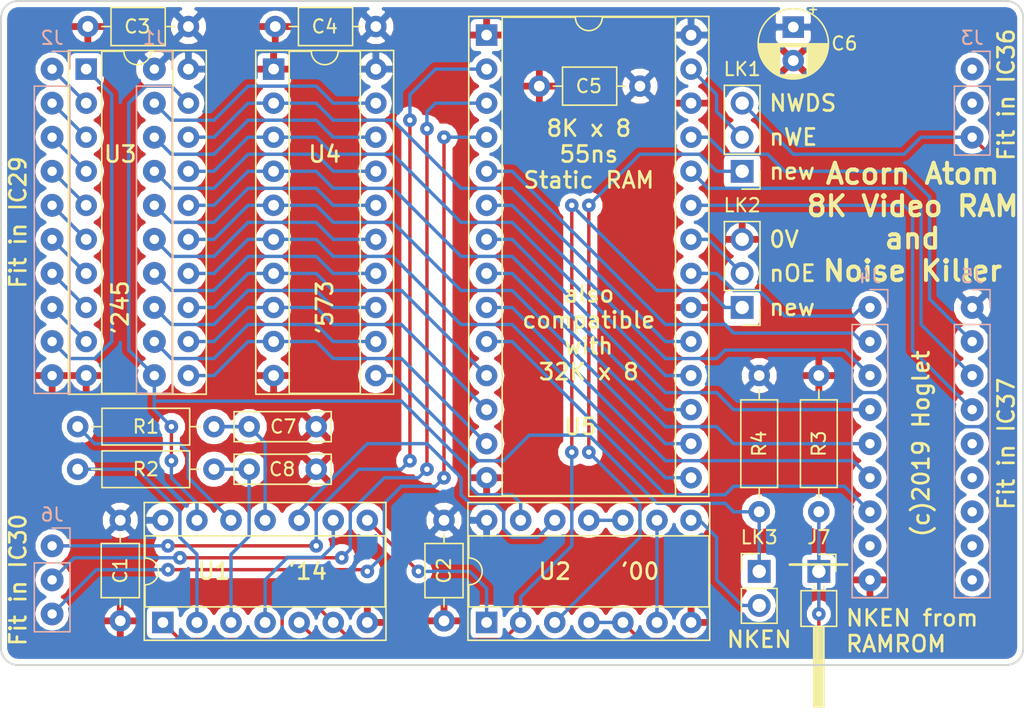
<source format=kicad_pcb>
(kicad_pcb (version 20171130) (host pcbnew 5.0.2-bee76a0~70~ubuntu16.04.1)
  (layers (0 F.Cu signal) (31 B.Cu signal) (34 B.Paste user) (35 F.Paste user) (36 B.SilkS user) (37 F.SilkS user) (38 B.Mask user) (39 F.Mask user) (44 Edge.Cuts user))
  (net 0 "")
  (net 1 GND)
  (net 2 VCC)
  (net 3 /RRDISABLE)
  (net 4 /LOAD)
  (net 5 /A12)
  (net 6 /A7)
  (net 7 /A6)
  (net 8 /A5)
  (net 9 /A4)
  (net 10 /A3)
  (net 11 /A2)
  (net 12 /A1)
  (net 13 /A0)
  (net 14 /RD0)
  (net 15 /RD1)
  (net 16 /RD2)
  (net 17 /RD3)
  (net 18 /RD4)
  (net 19 /RD5)
  (net 20 /RD6)
  (net 21 /RD7)
  (net 22 /A10)
  (net 23 /A11)
  (net 24 /A9)
  (net 25 /A8)
  (net 26 /NWE)
  (net 27 /VD7)
  (net 28 /VD6)
  (net 29 /VD5)
  (net 30 /VD4)
  (net 31 /VD3)
  (net 32 /VD2)
  (net 33 /VD1)
  (net 34 /VD0)
  (net 35 /NVDG)
  (net 36 /PD7)
  (net 37 /PD6)
  (net 38 /PD5)
  (net 39 /PD4)
  (net 40 /PD3)
  (net 41 /PD2)
  (net 42 /PD1)
  (net 43 /PD0)
  (net 44 /NDRS)
  (net 45 "Net-(U1-Pad4)")
  (net 46 "Net-(J3-Pad2)")
  (net 47 "Net-(U2-Pad10)")
  (net 48 "Net-(J5-Pad5)")
  (net 49 "Net-(J5-Pad6)")
  (net 50 "Net-(J5-Pad7)")
  (net 51 "Net-(J5-Pad8)")
  (net 52 "Net-(J4-Pad8)")
  (net 53 "Net-(C7-Pad1)")
  (net 54 "Net-(J5-Pad9)")
  (net 55 "Net-(J3-Pad1)")
  (net 56 "Net-(C8-Pad1)")
  (net 57 "Net-(R1-Pad1)")
  (net 58 /RAMNWE)
  (net 59 /RAMNOE)
  (net 60 "Net-(U1-Pad8)")
  (net 61 "Net-(U1-Pad10)")
  (net 62 "Net-(R2-Pad1)")
  (net 63 "Net-(U2-Pad6)")
  (net 64 "Net-(LK1-Pad1)")
  (net 65 "Net-(LK2-Pad1)")
  (net 66 "Net-(LK3-Pad2)")
  (module Connector_PinHeader_2.54mm:PinHeader_1x01_P2.54mm_Horizontal (layer F.Cu) (at 210.185 147.955 270)
    (fp_text reference J7 (at -2.54 0) (layer F.SilkS))
    (fp_text value Conn_01x01)
    (pad 1 thru_hole rect (at 0 0 270) (size 1.7 1.7) (drill 1) (layers *.Cu *.Mask) (net 3 /RRDISABLE))
  )
  (module Connector_PinHeader_2.54mm:PinHeader_1x02_P2.54mm_Vertical (layer F.Cu) (at 205.74 147.955)
    (fp_text reference LK3 (at 0 -2.54) (layer F.SilkS))
    (fp_text value Conn_01x02)
    (pad 1 thru_hole rect (at 0 0) (size 1.7 1.7) (drill 1) (layers *.Cu *.Mask) (net 4 /LOAD))
    (pad 2 thru_hole oval (at 0 2.54) (size 1.7 1.7) (drill 1) (layers *.Cu *.Mask) (net 66 "Net-(LK3-Pad2)"))
  )
  (module Connector_PinHeader_2.54mm:PinHeader_1x03_P2.54mm_Vertical (layer F.Cu) (at 204.47 128.27 180)
    (fp_text reference LK2 (at 0 7.62 180) (layer F.SilkS))
    (fp_text value Conn_01x03)
    (pad 3 thru_hole oval (at 0 5.08 180) (size 1.7 1.7) (drill 1) (layers *.Cu *.Mask) (net 1 GND))
    (pad 2 thru_hole oval (at 0 2.54 180) (size 1.7 1.7) (drill 1) (layers *.Cu *.Mask) (net 59 /RAMNOE))
    (pad 1 thru_hole rect (at 0 0 180) (size 1.7 1.7) (drill 1) (layers *.Cu *.Mask) (net 65 "Net-(LK2-Pad1)"))
  )
  (module Connector_PinHeader_2.54mm:PinHeader_1x03_P2.54mm_Vertical (layer F.Cu) (at 204.47 118.11 180)
    (fp_text reference LK1 (at 0 7.62 180) (layer F.SilkS))
    (fp_text value Conn_01x03)
    (pad 1 thru_hole rect (at 0 0 180) (size 1.7 1.7) (drill 1) (layers *.Cu *.Mask) (net 64 "Net-(LK1-Pad1)"))
    (pad 2 thru_hole oval (at 0 2.54 180) (size 1.7 1.7) (drill 1) (layers *.Cu *.Mask) (net 58 /RAMNWE))
    (pad 3 thru_hole oval (at 0 5.08 180) (size 1.7 1.7) (drill 1) (layers *.Cu *.Mask) (net 26 /NWE))
  )
  (module Package_DIP:DIP-14_W7.62mm_Socket (layer F.Cu) (at 185.42 151.765 90)
    (fp_text reference U2 (at 3.81 5.08 180) (layer F.SilkS) (effects (font (size 1.2 1.2) (thickness 0.2))))
    (fp_text value 74HCT00)
    (pad 14 thru_hole oval (at 7.62 0 90) (size 1.6 1.6) (drill 0.8) (layers *.Cu *.Mask) (net 2 VCC))
    (pad 7 thru_hole oval (at 0 15.24 90) (size 1.6 1.6) (drill 0.8) (layers *.Cu *.Mask) (net 1 GND))
    (pad 13 thru_hole oval (at 7.62 2.54 90) (size 1.6 1.6) (drill 0.8) (layers *.Cu *.Mask) (net 35 /NVDG))
    (pad 6 thru_hole oval (at 0 12.7 90) (size 1.6 1.6) (drill 0.8) (layers *.Cu *.Mask) (net 63 "Net-(U2-Pad6)"))
    (pad 12 thru_hole oval (at 7.62 5.08 90) (size 1.6 1.6) (drill 0.8) (layers *.Cu *.Mask) (net 61 "Net-(U1-Pad10)"))
    (pad 5 thru_hole oval (at 0 10.16 90) (size 1.6 1.6) (drill 0.8) (layers *.Cu *.Mask) (net 3 /RRDISABLE))
    (pad 11 thru_hole oval (at 7.62 7.62 90) (size 1.6 1.6) (drill 0.8) (layers *.Cu *.Mask) (net 47 "Net-(U2-Pad10)"))
    (pad 4 thru_hole oval (at 0 7.62 90) (size 1.6 1.6) (drill 0.8) (layers *.Cu *.Mask) (net 3 /RRDISABLE))
    (pad 10 thru_hole oval (at 7.62 10.16 90) (size 1.6 1.6) (drill 0.8) (layers *.Cu *.Mask) (net 47 "Net-(U2-Pad10)"))
    (pad 3 thru_hole oval (at 0 5.08 90) (size 1.6 1.6) (drill 0.8) (layers *.Cu *.Mask) (net 64 "Net-(LK1-Pad1)"))
    (pad 9 thru_hole oval (at 7.62 12.7 90) (size 1.6 1.6) (drill 0.8) (layers *.Cu *.Mask) (net 63 "Net-(U2-Pad6)"))
    (pad 2 thru_hole oval (at 0 2.54 90) (size 1.6 1.6) (drill 0.8) (layers *.Cu *.Mask) (net 65 "Net-(LK2-Pad1)"))
    (pad 8 thru_hole oval (at 7.62 15.24 90) (size 1.6 1.6) (drill 0.8) (layers *.Cu *.Mask) (net 66 "Net-(LK3-Pad2)"))
    (pad 1 thru_hole rect (at 0 0 90) (size 1.6 1.6) (drill 0.8) (layers *.Cu *.Mask) (net 60 "Net-(U1-Pad8)"))
  )
  (module Capacitor_THT:C_Axial_L3.8mm_D2.6mm_P7.50mm_Horizontal (layer F.Cu) (at 182.245 144.145 270)
    (fp_text reference C2 (at 3.75 0 270) (layer F.SilkS))
    (fp_text value 100n)
    (pad 2 thru_hole oval (at 7.5 0 270) (size 1.6 1.6) (drill 0.8) (layers *.Cu *.Mask) (net 1 GND))
    (pad 1 thru_hole circle (at 0 0 270) (size 1.6 1.6) (drill 0.8) (layers *.Cu *.Mask) (net 2 VCC))
  )
  (module Package_DIP:DIP-14_W7.62mm_Socket (layer F.Cu) (at 161.29 151.765 90)
    (fp_text reference U1 (at 3.81 3.81 180) (layer F.SilkS) (effects (font (size 1.2 1.2) (thickness 0.2))))
    (fp_text value 74HCT14)
    (pad 1 thru_hole rect (at 0 0 90) (size 1.6 1.6) (drill 0.8) (layers *.Cu *.Mask) (net 65 "Net-(LK2-Pad1)"))
    (pad 8 thru_hole oval (at 7.62 15.24 90) (size 1.6 1.6) (drill 0.8) (layers *.Cu *.Mask) (net 60 "Net-(U1-Pad8)"))
    (pad 2 thru_hole oval (at 0 2.54 90) (size 1.6 1.6) (drill 0.8) (layers *.Cu *.Mask) (net 62 "Net-(R2-Pad1)"))
    (pad 9 thru_hole oval (at 7.62 12.7 90) (size 1.6 1.6) (drill 0.8) (layers *.Cu *.Mask) (net 45 "Net-(U1-Pad4)"))
    (pad 3 thru_hole oval (at 0 5.08 90) (size 1.6 1.6) (drill 0.8) (layers *.Cu *.Mask) (net 56 "Net-(C8-Pad1)"))
    (pad 10 thru_hole oval (at 7.62 10.16 90) (size 1.6 1.6) (drill 0.8) (layers *.Cu *.Mask) (net 61 "Net-(U1-Pad10)"))
    (pad 4 thru_hole oval (at 0 7.62 90) (size 1.6 1.6) (drill 0.8) (layers *.Cu *.Mask) (net 45 "Net-(U1-Pad4)"))
    (pad 11 thru_hole oval (at 7.62 7.62 90) (size 1.6 1.6) (drill 0.8) (layers *.Cu *.Mask) (net 53 "Net-(C7-Pad1)"))
    (pad 5 thru_hole oval (at 0 10.16 90) (size 1.6 1.6) (drill 0.8) (layers *.Cu *.Mask) (net 26 /NWE))
    (pad 12 thru_hole oval (at 7.62 5.08 90) (size 1.6 1.6) (drill 0.8) (layers *.Cu *.Mask) (net 57 "Net-(R1-Pad1)"))
    (pad 6 thru_hole oval (at 0 12.7 90) (size 1.6 1.6) (drill 0.8) (layers *.Cu *.Mask) (net 65 "Net-(LK2-Pad1)"))
    (pad 13 thru_hole oval (at 7.62 2.54 90) (size 1.6 1.6) (drill 0.8) (layers *.Cu *.Mask) (net 35 /NVDG))
    (pad 7 thru_hole oval (at 0 15.24 90) (size 1.6 1.6) (drill 0.8) (layers *.Cu *.Mask) (net 1 GND))
    (pad 14 thru_hole oval (at 7.62 0 90) (size 1.6 1.6) (drill 0.8) (layers *.Cu *.Mask) (net 2 VCC))
  )
  (module Capacitor_THT:C_Rect_L7.0mm_W2.0mm_P5.00mm (layer F.Cu) (at 167.72 140.335)
    (fp_text reference C8 (at 2.46 0) (layer F.SilkS))
    (fp_text value 100p)
    (pad 1 thru_hole circle (at 0 0) (size 1.6 1.6) (drill 0.8) (layers *.Cu *.Mask) (net 56 "Net-(C8-Pad1)"))
    (pad 2 thru_hole circle (at 5 0) (size 1.6 1.6) (drill 0.8) (layers *.Cu *.Mask) (net 1 GND))
  )
  (module Resistor_THT:R_Axial_DIN0207_L6.3mm_D2.5mm_P10.16mm_Horizontal (layer F.Cu) (at 205.74 133.35 270)
    (fp_text reference R4 (at 5.08 0 270) (layer F.SilkS))
    (fp_text value 10K)
    (pad 1 thru_hole circle (at 0 0 270) (size 1.6 1.6) (drill 0.8) (layers *.Cu *.Mask) (net 2 VCC))
    (pad 2 thru_hole oval (at 10.16 0 270) (size 1.6 1.6) (drill 0.8) (layers *.Cu *.Mask) (net 4 /LOAD))
  )
  (module footprints:FinePinHeader_1x03_P2.54mm_Vertical (layer B.Cu) (at 221.615 110.49 180)
    (fp_text reference J3 (at 0 2.33 180) (layer B.SilkS) (effects (justify mirror)))
    (fp_text value Conn_01x03)
    (pad 3 thru_hole oval (at 0 -5.08 180) (size 1.7 1.7) (drill 0.7) (layers *.Cu *.Mask) (net 26 /NWE))
    (pad 2 thru_hole oval (at 0 -2.54 180) (size 1.7 1.7) (drill 0.7) (layers *.Cu *.Mask) (net 46 "Net-(J3-Pad2)"))
    (pad 1 thru_hole circle (at 0 0 180) (size 1.7 1.7) (drill 0.7) (layers *.Cu *.Mask) (net 55 "Net-(J3-Pad1)"))
  )
  (module Capacitor_THT:C_Axial_L3.8mm_D2.6mm_P7.50mm_Horizontal (layer F.Cu) (at 158.115 144.145 270)
    (fp_text reference C1 (at 3.75 0 270) (layer F.SilkS))
    (fp_text value 100n)
    (pad 2 thru_hole oval (at 7.5 0 270) (size 1.6 1.6) (drill 0.8) (layers *.Cu *.Mask) (net 1 GND))
    (pad 1 thru_hole circle (at 0 0 270) (size 1.6 1.6) (drill 0.8) (layers *.Cu *.Mask) (net 2 VCC))
  )
  (module Capacitor_THT:C_Axial_L3.8mm_D2.6mm_P7.50mm_Horizontal (layer F.Cu) (at 163.195 107.315 180)
    (fp_text reference C3 (at 3.81 0 180) (layer F.SilkS))
    (fp_text value 100n)
    (pad 2 thru_hole oval (at 7.5 0 180) (size 1.6 1.6) (drill 0.8) (layers *.Cu *.Mask) (net 1 GND))
    (pad 1 thru_hole circle (at 0 0 180) (size 1.6 1.6) (drill 0.8) (layers *.Cu *.Mask) (net 2 VCC))
  )
  (module Capacitor_THT:C_Axial_L3.8mm_D2.6mm_P7.50mm_Horizontal (layer F.Cu) (at 177.165 107.315 180)
    (fp_text reference C4 (at 3.81 0 180) (layer F.SilkS))
    (fp_text value 100n)
    (pad 2 thru_hole oval (at 7.5 0 180) (size 1.6 1.6) (drill 0.8) (layers *.Cu *.Mask) (net 1 GND))
    (pad 1 thru_hole circle (at 0 0 180) (size 1.6 1.6) (drill 0.8) (layers *.Cu *.Mask) (net 2 VCC))
  )
  (module Capacitor_THT:C_Axial_L3.8mm_D2.6mm_P7.50mm_Horizontal (layer F.Cu) (at 196.85 111.76 180)
    (fp_text reference C5 (at 3.81 0 180) (layer F.SilkS))
    (fp_text value 100n)
    (pad 2 thru_hole oval (at 7.5 0 180) (size 1.6 1.6) (drill 0.8) (layers *.Cu *.Mask) (net 1 GND))
    (pad 1 thru_hole circle (at 0 0 180) (size 1.6 1.6) (drill 0.8) (layers *.Cu *.Mask) (net 2 VCC))
  )
  (module Package_DIP:DIP-28_W15.24mm_Socket (layer F.Cu) (at 185.42 107.95)
    (fp_text reference U5 (at 6.985 29.21) (layer F.SilkS) (effects (font (size 1.2 1.2) (thickness 0.2))))
    (fp_text value "8Kx8 SRAM")
    (pad 28 thru_hole oval (at 15.24 0) (size 1.6 1.6) (drill 0.8) (layers *.Cu *.Mask) (net 2 VCC))
    (pad 14 thru_hole oval (at 0 33.02) (size 1.6 1.6) (drill 0.8) (layers *.Cu *.Mask) (net 1 GND))
    (pad 27 thru_hole oval (at 15.24 2.54) (size 1.6 1.6) (drill 0.8) (layers *.Cu *.Mask) (net 58 /RAMNWE))
    (pad 13 thru_hole oval (at 0 30.48) (size 1.6 1.6) (drill 0.8) (layers *.Cu *.Mask) (net 21 /RD7))
    (pad 26 thru_hole oval (at 15.24 5.08) (size 1.6 1.6) (drill 0.8) (layers *.Cu *.Mask) (net 1 GND))
    (pad 12 thru_hole oval (at 0 27.94) (size 1.6 1.6) (drill 0.8) (layers *.Cu *.Mask) (net 20 /RD6))
    (pad 25 thru_hole oval (at 15.24 7.62) (size 1.6 1.6) (drill 0.8) (layers *.Cu *.Mask) (net 6 /A7))
    (pad 11 thru_hole oval (at 0 25.4) (size 1.6 1.6) (drill 0.8) (layers *.Cu *.Mask) (net 19 /RD5))
    (pad 24 thru_hole oval (at 15.24 10.16) (size 1.6 1.6) (drill 0.8) (layers *.Cu *.Mask) (net 25 /A8))
    (pad 10 thru_hole oval (at 0 22.86) (size 1.6 1.6) (drill 0.8) (layers *.Cu *.Mask) (net 11 /A2))
    (pad 23 thru_hole oval (at 15.24 12.7) (size 1.6 1.6) (drill 0.8) (layers *.Cu *.Mask) (net 24 /A9))
    (pad 9 thru_hole oval (at 0 20.32) (size 1.6 1.6) (drill 0.8) (layers *.Cu *.Mask) (net 12 /A1))
    (pad 22 thru_hole oval (at 15.24 15.24) (size 1.6 1.6) (drill 0.8) (layers *.Cu *.Mask) (net 59 /RAMNOE))
    (pad 8 thru_hole oval (at 0 17.78) (size 1.6 1.6) (drill 0.8) (layers *.Cu *.Mask) (net 13 /A0))
    (pad 21 thru_hole oval (at 15.24 17.78) (size 1.6 1.6) (drill 0.8) (layers *.Cu *.Mask) (net 7 /A6))
    (pad 7 thru_hole oval (at 0 15.24) (size 1.6 1.6) (drill 0.8) (layers *.Cu *.Mask) (net 10 /A3))
    (pad 20 thru_hole oval (at 15.24 20.32) (size 1.6 1.6) (drill 0.8) (layers *.Cu *.Mask) (net 1 GND))
    (pad 6 thru_hole oval (at 0 12.7) (size 1.6 1.6) (drill 0.8) (layers *.Cu *.Mask) (net 9 /A4))
    (pad 19 thru_hole oval (at 15.24 22.86) (size 1.6 1.6) (drill 0.8) (layers *.Cu *.Mask) (net 14 /RD0))
    (pad 5 thru_hole oval (at 0 10.16) (size 1.6 1.6) (drill 0.8) (layers *.Cu *.Mask) (net 8 /A5))
    (pad 18 thru_hole oval (at 15.24 25.4) (size 1.6 1.6) (drill 0.8) (layers *.Cu *.Mask) (net 15 /RD1))
    (pad 4 thru_hole oval (at 0 7.62) (size 1.6 1.6) (drill 0.8) (layers *.Cu *.Mask) (net 5 /A12))
    (pad 17 thru_hole oval (at 15.24 27.94) (size 1.6 1.6) (drill 0.8) (layers *.Cu *.Mask) (net 16 /RD2))
    (pad 3 thru_hole oval (at 0 5.08) (size 1.6 1.6) (drill 0.8) (layers *.Cu *.Mask) (net 23 /A11))
    (pad 16 thru_hole oval (at 15.24 30.48) (size 1.6 1.6) (drill 0.8) (layers *.Cu *.Mask) (net 17 /RD3))
    (pad 2 thru_hole oval (at 0 2.54) (size 1.6 1.6) (drill 0.8) (layers *.Cu *.Mask) (net 22 /A10))
    (pad 15 thru_hole oval (at 15.24 33.02) (size 1.6 1.6) (drill 0.8) (layers *.Cu *.Mask) (net 18 /RD4))
    (pad 1 thru_hole rect (at 0 0) (size 1.6 1.6) (drill 0.8) (layers *.Cu *.Mask) (net 1 GND))
  )
  (module footprints:FinePinHeader_1x10_P2.54mm_Vertical (layer B.Cu) (at 160.655 110.49 180)
    (fp_text reference J1 (at 0 2.33 180) (layer B.SilkS) (effects (justify mirror)))
    (fp_text value Conn_01x10)
    (pad 10 thru_hole oval (at 0 -22.86 180) (size 1.7 1.7) (drill 0.7) (layers *.Cu *.Mask) (net 35 /NVDG))
    (pad 9 thru_hole oval (at 0 -20.32 180) (size 1.7 1.7) (drill 0.7) (layers *.Cu *.Mask) (net 27 /VD7))
    (pad 8 thru_hole oval (at 0 -17.78 180) (size 1.7 1.7) (drill 0.7) (layers *.Cu *.Mask) (net 28 /VD6))
    (pad 7 thru_hole oval (at 0 -15.24 180) (size 1.7 1.7) (drill 0.7) (layers *.Cu *.Mask) (net 29 /VD5))
    (pad 6 thru_hole oval (at 0 -12.7 180) (size 1.7 1.7) (drill 0.7) (layers *.Cu *.Mask) (net 30 /VD4))
    (pad 5 thru_hole oval (at 0 -10.16 180) (size 1.7 1.7) (drill 0.7) (layers *.Cu *.Mask) (net 31 /VD3))
    (pad 4 thru_hole oval (at 0 -7.62 180) (size 1.7 1.7) (drill 0.7) (layers *.Cu *.Mask) (net 32 /VD2))
    (pad 3 thru_hole oval (at 0 -5.08 180) (size 1.7 1.7) (drill 0.7) (layers *.Cu *.Mask) (net 33 /VD1))
    (pad 2 thru_hole oval (at 0 -2.54 180) (size 1.7 1.7) (drill 0.7) (layers *.Cu *.Mask) (net 34 /VD0))
    (pad 1 thru_hole circle (at 0 0 180) (size 1.7 1.7) (drill 0.7) (layers *.Cu *.Mask) (net 2 VCC))
  )
  (module footprints:FinePinHeader_1x03_P2.54mm_Vertical (layer B.Cu) (at 153.035 146.05 180)
    (fp_text reference J6 (at 0 2.33 180) (layer B.SilkS) (effects (justify mirror)))
    (fp_text value Conn_01x03)
    (pad 3 thru_hole oval (at 0 -5.08 180) (size 1.7 1.7) (drill 0.7) (layers *.Cu *.Mask) (net 5 /A12))
    (pad 2 thru_hole oval (at 0 -2.54 180) (size 1.7 1.7) (drill 0.7) (layers *.Cu *.Mask) (net 23 /A11))
    (pad 1 thru_hole circle (at 0 0 180) (size 1.7 1.7) (drill 0.7) (layers *.Cu *.Mask) (net 22 /A10))
  )
  (module footprints:FinePinHeader_1x09_P2.54mm_Vertical (layer B.Cu) (at 213.995 128.27 180)
    (fp_text reference J4 (at 0 2.33 180) (layer B.SilkS) (effects (justify mirror)))
    (fp_text value Conn_01x09)
    (pad 9 thru_hole oval (at 0 -20.32 180) (size 1.7 1.7) (drill 0.7) (layers *.Cu *.Mask) (net 1 GND))
    (pad 8 thru_hole oval (at 0 -17.78 180) (size 1.7 1.7) (drill 0.7) (layers *.Cu *.Mask) (net 52 "Net-(J4-Pad8)"))
    (pad 7 thru_hole oval (at 0 -15.24 180) (size 1.7 1.7) (drill 0.7) (layers *.Cu *.Mask) (net 11 /A2))
    (pad 6 thru_hole oval (at 0 -12.7 180) (size 1.7 1.7) (drill 0.7) (layers *.Cu *.Mask) (net 12 /A1))
    (pad 5 thru_hole oval (at 0 -10.16 180) (size 1.7 1.7) (drill 0.7) (layers *.Cu *.Mask) (net 13 /A0))
    (pad 4 thru_hole oval (at 0 -7.62 180) (size 1.7 1.7) (drill 0.7) (layers *.Cu *.Mask) (net 10 /A3))
    (pad 3 thru_hole oval (at 0 -5.08 180) (size 1.7 1.7) (drill 0.7) (layers *.Cu *.Mask) (net 9 /A4))
    (pad 2 thru_hole oval (at 0 -2.54 180) (size 1.7 1.7) (drill 0.7) (layers *.Cu *.Mask) (net 8 /A5))
    (pad 1 thru_hole circle (at 0 0 180) (size 1.7 1.7) (drill 0.7) (layers *.Cu *.Mask) (net 7 /A6))
  )
  (module footprints:FinePinHeader_1x09_P2.54mm_Vertical (layer B.Cu) (at 221.615 128.27 180)
    (fp_text reference J5 (at 0 2.33 180) (layer B.SilkS) (effects (justify mirror)))
    (fp_text value Conn_01x09)
    (pad 9 thru_hole oval (at 0 -20.32 180) (size 1.7 1.7) (drill 0.7) (layers *.Cu *.Mask) (net 54 "Net-(J5-Pad9)"))
    (pad 8 thru_hole oval (at 0 -17.78 180) (size 1.7 1.7) (drill 0.7) (layers *.Cu *.Mask) (net 51 "Net-(J5-Pad8)"))
    (pad 7 thru_hole oval (at 0 -15.24 180) (size 1.7 1.7) (drill 0.7) (layers *.Cu *.Mask) (net 50 "Net-(J5-Pad7)"))
    (pad 6 thru_hole oval (at 0 -12.7 180) (size 1.7 1.7) (drill 0.7) (layers *.Cu *.Mask) (net 49 "Net-(J5-Pad6)"))
    (pad 5 thru_hole oval (at 0 -10.16 180) (size 1.7 1.7) (drill 0.7) (layers *.Cu *.Mask) (net 48 "Net-(J5-Pad5)"))
    (pad 4 thru_hole oval (at 0 -7.62 180) (size 1.7 1.7) (drill 0.7) (layers *.Cu *.Mask) (net 24 /A9))
    (pad 3 thru_hole oval (at 0 -5.08 180) (size 1.7 1.7) (drill 0.7) (layers *.Cu *.Mask) (net 25 /A8))
    (pad 2 thru_hole oval (at 0 -2.54 180) (size 1.7 1.7) (drill 0.7) (layers *.Cu *.Mask) (net 6 /A7))
    (pad 1 thru_hole circle (at 0 0 180) (size 1.7 1.7) (drill 0.7) (layers *.Cu *.Mask) (net 2 VCC))
  )
  (module footprints:FinePinHeader_1x10_P2.54mm_Vertical (layer B.Cu) (at 153.035 110.49 180)
    (fp_text reference J2 (at 0 2.33 180) (layer B.SilkS) (effects (justify mirror)))
    (fp_text value Conn_01x10)
    (pad 10 thru_hole oval (at 0 -22.86 180) (size 1.7 1.7) (drill 0.7) (layers *.Cu *.Mask) (net 1 GND))
    (pad 9 thru_hole oval (at 0 -20.32 180) (size 1.7 1.7) (drill 0.7) (layers *.Cu *.Mask) (net 44 /NDRS))
    (pad 8 thru_hole oval (at 0 -17.78 180) (size 1.7 1.7) (drill 0.7) (layers *.Cu *.Mask) (net 36 /PD7))
    (pad 7 thru_hole oval (at 0 -15.24 180) (size 1.7 1.7) (drill 0.7) (layers *.Cu *.Mask) (net 37 /PD6))
    (pad 6 thru_hole oval (at 0 -12.7 180) (size 1.7 1.7) (drill 0.7) (layers *.Cu *.Mask) (net 38 /PD5))
    (pad 5 thru_hole oval (at 0 -10.16 180) (size 1.7 1.7) (drill 0.7) (layers *.Cu *.Mask) (net 39 /PD4))
    (pad 4 thru_hole oval (at 0 -7.62 180) (size 1.7 1.7) (drill 0.7) (layers *.Cu *.Mask) (net 40 /PD3))
    (pad 3 thru_hole oval (at 0 -5.08 180) (size 1.7 1.7) (drill 0.7) (layers *.Cu *.Mask) (net 41 /PD2))
    (pad 2 thru_hole oval (at 0 -2.54 180) (size 1.7 1.7) (drill 0.7) (layers *.Cu *.Mask) (net 42 /PD1))
    (pad 1 thru_hole circle (at 0 0 180) (size 1.7 1.7) (drill 0.7) (layers *.Cu *.Mask) (net 43 /PD0))
  )
  (module Capacitor_THT:CP_Radial_D5.0mm_P2.50mm (layer F.Cu) (at 208.28 107.355 270)
    (fp_text reference C6 (at 1.23 -3.81) (layer F.SilkS))
    (fp_text value 10u)
    (pad 2 thru_hole circle (at 2.5 0 270) (size 1.6 1.6) (drill 0.8) (layers *.Cu *.Mask) (net 1 GND))
    (pad 1 thru_hole rect (at 0 0 270) (size 1.6 1.6) (drill 0.8) (layers *.Cu *.Mask) (net 2 VCC))
  )
  (module Capacitor_THT:C_Rect_L7.0mm_W2.0mm_P5.00mm (layer F.Cu) (at 167.72 137.16)
    (fp_text reference C7 (at 2.54 0) (layer F.SilkS))
    (fp_text value 100p)
    (pad 2 thru_hole circle (at 5 0) (size 1.6 1.6) (drill 0.8) (layers *.Cu *.Mask) (net 1 GND))
    (pad 1 thru_hole circle (at 0 0) (size 1.6 1.6) (drill 0.8) (layers *.Cu *.Mask) (net 53 "Net-(C7-Pad1)"))
  )
  (module Package_DIP:DIP-20_W7.62mm_Socket (layer F.Cu) (at 155.575 110.49)
    (fp_text reference U3 (at 2.54 6.35) (layer F.SilkS) (effects (font (size 1.2 1.2) (thickness 0.2))))
    (fp_text value 74HCT245)
    (pad 20 thru_hole oval (at 7.62 0) (size 1.6 1.6) (drill 0.8) (layers *.Cu *.Mask) (net 2 VCC))
    (pad 10 thru_hole oval (at 0 22.86) (size 1.6 1.6) (drill 0.8) (layers *.Cu *.Mask) (net 1 GND))
    (pad 19 thru_hole oval (at 7.62 2.54) (size 1.6 1.6) (drill 0.8) (layers *.Cu *.Mask) (net 35 /NVDG))
    (pad 9 thru_hole oval (at 0 20.32) (size 1.6 1.6) (drill 0.8) (layers *.Cu *.Mask) (net 36 /PD7))
    (pad 18 thru_hole oval (at 7.62 5.08) (size 1.6 1.6) (drill 0.8) (layers *.Cu *.Mask) (net 14 /RD0))
    (pad 8 thru_hole oval (at 0 17.78) (size 1.6 1.6) (drill 0.8) (layers *.Cu *.Mask) (net 37 /PD6))
    (pad 17 thru_hole oval (at 7.62 7.62) (size 1.6 1.6) (drill 0.8) (layers *.Cu *.Mask) (net 15 /RD1))
    (pad 7 thru_hole oval (at 0 15.24) (size 1.6 1.6) (drill 0.8) (layers *.Cu *.Mask) (net 38 /PD5))
    (pad 16 thru_hole oval (at 7.62 10.16) (size 1.6 1.6) (drill 0.8) (layers *.Cu *.Mask) (net 16 /RD2))
    (pad 6 thru_hole oval (at 0 12.7) (size 1.6 1.6) (drill 0.8) (layers *.Cu *.Mask) (net 39 /PD4))
    (pad 15 thru_hole oval (at 7.62 12.7) (size 1.6 1.6) (drill 0.8) (layers *.Cu *.Mask) (net 17 /RD3))
    (pad 5 thru_hole oval (at 0 10.16) (size 1.6 1.6) (drill 0.8) (layers *.Cu *.Mask) (net 40 /PD3))
    (pad 14 thru_hole oval (at 7.62 15.24) (size 1.6 1.6) (drill 0.8) (layers *.Cu *.Mask) (net 18 /RD4))
    (pad 4 thru_hole oval (at 0 7.62) (size 1.6 1.6) (drill 0.8) (layers *.Cu *.Mask) (net 41 /PD2))
    (pad 13 thru_hole oval (at 7.62 17.78) (size 1.6 1.6) (drill 0.8) (layers *.Cu *.Mask) (net 19 /RD5))
    (pad 3 thru_hole oval (at 0 5.08) (size 1.6 1.6) (drill 0.8) (layers *.Cu *.Mask) (net 42 /PD1))
    (pad 12 thru_hole oval (at 7.62 20.32) (size 1.6 1.6) (drill 0.8) (layers *.Cu *.Mask) (net 20 /RD6))
    (pad 2 thru_hole oval (at 0 2.54) (size 1.6 1.6) (drill 0.8) (layers *.Cu *.Mask) (net 43 /PD0))
    (pad 11 thru_hole oval (at 7.62 22.86) (size 1.6 1.6) (drill 0.8) (layers *.Cu *.Mask) (net 21 /RD7))
    (pad 1 thru_hole rect (at 0 0) (size 1.6 1.6) (drill 0.8) (layers *.Cu *.Mask) (net 44 /NDRS))
  )
  (module Package_DIP:DIP-20_W7.62mm_Socket (layer F.Cu) (at 169.545 110.49)
    (fp_text reference U4 (at 3.81 6.35 180) (layer F.SilkS) (effects (font (size 1.2 1.2) (thickness 0.2))))
    (fp_text value 74HCT573)
    (pad 20 thru_hole oval (at 7.62 0) (size 1.6 1.6) (drill 0.8) (layers *.Cu *.Mask) (net 2 VCC))
    (pad 10 thru_hole oval (at 0 22.86) (size 1.6 1.6) (drill 0.8) (layers *.Cu *.Mask) (net 1 GND))
    (pad 19 thru_hole oval (at 7.62 2.54) (size 1.6 1.6) (drill 0.8) (layers *.Cu *.Mask) (net 34 /VD0))
    (pad 9 thru_hole oval (at 0 20.32) (size 1.6 1.6) (drill 0.8) (layers *.Cu *.Mask) (net 21 /RD7))
    (pad 18 thru_hole oval (at 7.62 5.08) (size 1.6 1.6) (drill 0.8) (layers *.Cu *.Mask) (net 33 /VD1))
    (pad 8 thru_hole oval (at 0 17.78) (size 1.6 1.6) (drill 0.8) (layers *.Cu *.Mask) (net 20 /RD6))
    (pad 17 thru_hole oval (at 7.62 7.62) (size 1.6 1.6) (drill 0.8) (layers *.Cu *.Mask) (net 32 /VD2))
    (pad 7 thru_hole oval (at 0 15.24) (size 1.6 1.6) (drill 0.8) (layers *.Cu *.Mask) (net 19 /RD5))
    (pad 16 thru_hole oval (at 7.62 10.16) (size 1.6 1.6) (drill 0.8) (layers *.Cu *.Mask) (net 31 /VD3))
    (pad 6 thru_hole oval (at 0 12.7) (size 1.6 1.6) (drill 0.8) (layers *.Cu *.Mask) (net 18 /RD4))
    (pad 15 thru_hole oval (at 7.62 12.7) (size 1.6 1.6) (drill 0.8) (layers *.Cu *.Mask) (net 30 /VD4))
    (pad 5 thru_hole oval (at 0 10.16) (size 1.6 1.6) (drill 0.8) (layers *.Cu *.Mask) (net 17 /RD3))
    (pad 14 thru_hole oval (at 7.62 15.24) (size 1.6 1.6) (drill 0.8) (layers *.Cu *.Mask) (net 29 /VD5))
    (pad 4 thru_hole oval (at 0 7.62) (size 1.6 1.6) (drill 0.8) (layers *.Cu *.Mask) (net 16 /RD2))
    (pad 13 thru_hole oval (at 7.62 17.78) (size 1.6 1.6) (drill 0.8) (layers *.Cu *.Mask) (net 28 /VD6))
    (pad 3 thru_hole oval (at 0 5.08) (size 1.6 1.6) (drill 0.8) (layers *.Cu *.Mask) (net 15 /RD1))
    (pad 12 thru_hole oval (at 7.62 20.32) (size 1.6 1.6) (drill 0.8) (layers *.Cu *.Mask) (net 27 /VD7))
    (pad 2 thru_hole oval (at 0 2.54) (size 1.6 1.6) (drill 0.8) (layers *.Cu *.Mask) (net 14 /RD0))
    (pad 11 thru_hole oval (at 7.62 22.86) (size 1.6 1.6) (drill 0.8) (layers *.Cu *.Mask) (net 4 /LOAD))
    (pad 1 thru_hole rect (at 0 0) (size 1.6 1.6) (drill 0.8) (layers *.Cu *.Mask) (net 1 GND))
  )
  (module Resistor_THT:R_Axial_DIN0207_L6.3mm_D2.5mm_P10.16mm_Horizontal (layer F.Cu) (at 210.185 143.51 90)
    (fp_text reference R3 (at 5.08 0 90) (layer F.SilkS))
    (fp_text value 4K7)
    (pad 2 thru_hole oval (at 10.16 0 90) (size 1.6 1.6) (drill 0.8) (layers *.Cu *.Mask) (net 1 GND))
    (pad 1 thru_hole circle (at 0 0 90) (size 1.6 1.6) (drill 0.8) (layers *.Cu *.Mask) (net 3 /RRDISABLE))
  )
  (module Resistor_THT:R_Axial_DIN0207_L6.3mm_D2.5mm_P10.16mm_Horizontal (layer F.Cu) (at 154.94 137.16)
    (fp_text reference R1 (at 5.08 0) (layer F.SilkS))
    (fp_text value 220R)
    (pad 2 thru_hole oval (at 10.16 0) (size 1.6 1.6) (drill 0.8) (layers *.Cu *.Mask) (net 53 "Net-(C7-Pad1)"))
    (pad 1 thru_hole circle (at 0 0) (size 1.6 1.6) (drill 0.8) (layers *.Cu *.Mask) (net 57 "Net-(R1-Pad1)"))
  )
  (module Resistor_THT:R_Axial_DIN0207_L6.3mm_D2.5mm_P10.16mm_Horizontal (layer F.Cu) (at 154.94 140.335)
    (fp_text reference R2 (at 5.08 0) (layer F.SilkS))
    (fp_text value 220R)
    (pad 2 thru_hole oval (at 10.16 0) (size 1.6 1.6) (drill 0.8) (layers *.Cu *.Mask) (net 56 "Net-(C8-Pad1)"))
    (pad 1 thru_hole circle (at 0 0) (size 1.6 1.6) (drill 0.8) (layers *.Cu *.Mask) (net 62 "Net-(R2-Pad1)"))
  )
  (gr_text "(c)2019 Hoglet" (at 217.805 138.43 90) (layer F.SilkS) (effects (font (size 1.2 1.2) (thickness 0.2))))
  (gr_text "also\ncompatible\nwith\n32K x 8" (at 193.04 130.175) (layer F.SilkS) (effects (font (size 1.2 1.2) (thickness 0.2))))
  (gr_text new (at 206.375 118.11) (layer F.SilkS) (effects (font (size 1.2 1.2) (thickness 0.2)) (justify left)))
  (gr_text new (at 206.375 128.27) (layer F.SilkS) (effects (font (size 1.2 1.2) (thickness 0.2)) (justify left)))
  (gr_text 0V (at 206.375 123.19) (layer F.SilkS) (effects (font (size 1.2 1.2) (thickness 0.2)) (justify left)))
  (gr_text NWDS (at 206.375 113.03) (layer F.SilkS) (effects (font (size 1.2 1.2) (thickness 0.2)) (justify left)))
  (gr_text nOE (at 206.375 125.73) (layer F.SilkS) (effects (font (size 1.2 1.2) (thickness 0.2)) (justify left)))
  (gr_text nWE (at 206.375 115.57) (layer F.SilkS) (effects (font (size 1.2 1.2) (thickness 0.2)) (justify left)))
  (gr_text "8K x 8\n55ns\nStatic RAM" (at 193.04 116.84) (layer F.SilkS) (effects (font (size 1.2 1.2) (thickness 0.2))))
  (gr_text '00 (at 196.85 147.955) (layer F.SilkS) (effects (font (size 1.2 1.2) (thickness 0.2))))
  (gr_line (start 208.026 147.447) (end 212.2932 147.447) (layer F.SilkS) (width 0.2))
  (gr_text '14 (at 172.085 147.955) (layer F.SilkS) (effects (font (size 1.2 1.2) (thickness 0.2))))
  (gr_text '573 (at 173.355 128.27 90) (layer F.SilkS) (effects (font (size 1.2 1.2) (thickness 0.2))))
  (gr_text '245 (at 158.115 128.27 90) (layer F.SilkS) (effects (font (size 1.2 1.2) (thickness 0.2))))
  (gr_text "Fit in IC37" (at 224.155 138.43 90) (layer F.SilkS) (effects (font (size 1.2 1.2) (thickness 0.2))))
  (gr_text "Fit in IC36" (at 224.155 112.395 90) (layer F.SilkS) (effects (font (size 1.2 1.2) (thickness 0.2))))
  (gr_text "NKEN from\nRAMROM" (at 212.09 152.4) (layer F.SilkS) (effects (font (size 1.2 1.2) (thickness 0.2)) (justify left)))
  (gr_text NKEN (at 205.74 153.035) (layer F.SilkS) (effects (font (size 1.2 1.2) (thickness 0.2))))
  (gr_text "Fit in IC30" (at 150.495 148.59 90) (layer F.SilkS) (effects (font (size 1.2 1.2) (thickness 0.2))))
  (gr_text "Fit in IC29" (at 150.495 121.92 90) (layer F.SilkS) (effects (font (size 1.2 1.2) (thickness 0.2))))
  (gr_text "Acorn Atom\n8K Video RAM\nand\nNoise Killer" (at 217.17 121.92) (layer F.SilkS) (effects (font (size 1.5 1.5) (thickness 0.3))))
  (gr_arc (start 224.155 153.67) (end 224.155 154.94) (angle -90) (layer Edge.Cuts) (width 0.15))
  (gr_arc (start 150.495 153.67) (end 149.225 153.67) (angle -90) (layer Edge.Cuts) (width 0.15))
  (gr_arc (start 224.155 106.68) (end 225.425 106.68) (angle -90) (layer Edge.Cuts) (width 0.15))
  (gr_arc (start 150.495 106.68) (end 150.495 105.41) (angle -90) (layer Edge.Cuts) (width 0.15))
  (gr_line (start 224.155 154.94) (end 150.495 154.94) (layer Edge.Cuts) (width 0.15))
  (gr_line (start 225.425 106.68) (end 225.425 153.67) (layer Edge.Cuts) (width 0.15))
  (gr_line (start 150.495 105.41) (end 224.155 105.41) (layer Edge.Cuts) (width 0.15))
  (gr_line (start 149.225 106.68) (end 149.225 153.67) (layer Edge.Cuts) (width 0.15))
  (segment (start 222.885 129.54) (end 221.615 128.27) (width 0.254) (layer B.Cu) (net 2))
  (segment (start 217.805 137.16) (end 222.885 137.16) (width 0.254) (layer B.Cu) (net 2))
  (segment (start 222.885 137.16) (end 222.885 129.54) (width 0.254) (layer B.Cu) (net 2))
  (segment (start 205.74 133.35) (end 207.01 134.62) (width 0.254) (layer B.Cu) (net 2))
  (segment (start 207.01 134.62) (end 215.265 134.62) (width 0.254) (layer B.Cu) (net 2))
  (segment (start 215.265 134.62) (end 217.805 137.16) (width 0.254) (layer B.Cu) (net 2))
  (segment (start 195.58 151.765) (end 193.04 151.765) (width 0.254) (layer B.Cu) (net 3))
  (segment (start 196.85 153.035) (end 209.55 153.035) (width 0.254) (layer F.Cu) (net 3))
  (segment (start 195.58 151.765) (end 196.85 153.035) (width 0.254) (layer F.Cu) (net 3))
  (segment (start 209.55 153.035) (end 210.185 152.4) (width 0.254) (layer F.Cu) (net 3))
  (via (at 210.185 151.13) (size 1.016) (drill 0.4064) (layers F.Cu B.Cu) (net 3))
  (segment (start 210.185 151.13) (end 210.185 147.955) (width 0.254) (layer B.Cu) (net 3))
  (segment (start 210.185 142.875) (end 210.185 149.225) (width 0.254) (layer B.Cu) (net 3))
  (segment (start 210.185 152.4) (end 210.185 151.13) (width 0.254) (layer F.Cu) (net 3))
  (segment (start 178.435 133.35) (end 177.165 133.35) (width 0.254) (layer B.Cu) (net 4))
  (segment (start 184.785 139.7) (end 178.435 133.35) (width 0.254) (layer B.Cu) (net 4))
  (segment (start 186.69 139.7) (end 184.785 139.7) (width 0.254) (layer B.Cu) (net 4))
  (segment (start 188.595 137.795) (end 186.69 139.7) (width 0.254) (layer B.Cu) (net 4))
  (segment (start 198.096244 142.851244) (end 193.04 137.795) (width 0.254) (layer B.Cu) (net 4))
  (segment (start 193.04 137.795) (end 188.595 137.795) (width 0.254) (layer B.Cu) (net 4))
  (segment (start 205.74 143.51) (end 203.835 143.51) (width 0.254) (layer B.Cu) (net 4))
  (segment (start 203.835 143.51) (end 203.2 142.875) (width 0.254) (layer B.Cu) (net 4))
  (segment (start 203.2 142.875) (end 198.12 142.875) (width 0.254) (layer B.Cu) (net 4))
  (segment (start 205.74 147.955) (end 205.74 143.51) (width 0.254) (layer B.Cu) (net 4))
  (segment (start 185.42 115.57) (end 182.245 115.57) (width 0.254) (layer B.Cu) (net 5))
  (via (at 182.245 115.57) (size 1.016) (drill 0.4064) (layers F.Cu B.Cu) (net 5))
  (segment (start 182.245 115.57) (end 182.88 115.57) (width 0.254) (layer B.Cu) (net 5))
  (via (at 182.245 140.97) (size 1.016) (drill 0.4064) (layers F.Cu B.Cu) (net 5))
  (segment (start 182.245 115.57) (end 182.245 140.97) (width 0.254) (layer F.Cu) (net 5))
  (via (at 176.53 147.955) (size 1.016) (drill 0.4064) (layers F.Cu B.Cu) (net 5))
  (segment (start 179.07 141.605) (end 181.61 141.605) (width 0.254) (layer B.Cu) (net 5))
  (segment (start 177.8 146.685) (end 177.8 142.875) (width 0.254) (layer B.Cu) (net 5))
  (segment (start 177.8 142.875) (end 179.07 141.605) (width 0.254) (layer B.Cu) (net 5))
  (segment (start 176.53 147.955) (end 177.8 146.685) (width 0.254) (layer B.Cu) (net 5))
  (segment (start 181.61 141.605) (end 182.245 140.97) (width 0.254) (layer B.Cu) (net 5))
  (segment (start 176.403 147.828) (end 176.53 147.955) (width 0.254) (layer F.Cu) (net 5))
  (via (at 161.671 147.828) (size 1.016) (drill 0.4064) (layers F.Cu B.Cu) (net 5))
  (segment (start 161.671 147.828) (end 176.403 147.828) (width 0.254) (layer F.Cu) (net 5))
  (segment (start 156.337 147.828) (end 153.035 151.13) (width 0.254) (layer B.Cu) (net 5))
  (segment (start 161.671 147.828) (end 156.337 147.828) (width 0.254) (layer B.Cu) (net 5))
  (segment (start 216.535 118.11) (end 218.44 120.015) (width 0.254) (layer B.Cu) (net 6))
  (segment (start 201.93 115.57) (end 203.2 116.84) (width 0.254) (layer B.Cu) (net 6))
  (segment (start 218.44 120.015) (end 218.44 127.635) (width 0.254) (layer B.Cu) (net 6))
  (segment (start 200.66 115.57) (end 201.93 115.57) (width 0.254) (layer B.Cu) (net 6))
  (segment (start 203.2 116.84) (end 206.375 116.84) (width 0.254) (layer B.Cu) (net 6))
  (segment (start 218.44 127.635) (end 221.615 130.81) (width 0.254) (layer B.Cu) (net 6))
  (segment (start 207.645 118.11) (end 216.535 118.11) (width 0.254) (layer B.Cu) (net 6))
  (segment (start 206.375 116.84) (end 207.645 118.11) (width 0.254) (layer B.Cu) (net 6))
  (segment (start 212.725 128.905) (end 213.36 128.27) (width 0.254) (layer B.Cu) (net 7))
  (segment (start 200.66 125.73) (end 202.565 125.73) (width 0.254) (layer B.Cu) (net 7))
  (segment (start 202.565 125.73) (end 203.835 127) (width 0.254) (layer B.Cu) (net 7))
  (segment (start 213.36 128.27) (end 213.995 128.27) (width 0.254) (layer B.Cu) (net 7))
  (segment (start 203.835 127) (end 205.74 127) (width 0.254) (layer B.Cu) (net 7))
  (segment (start 207.645 128.905) (end 212.725 128.905) (width 0.254) (layer B.Cu) (net 7))
  (segment (start 205.74 127) (end 207.645 128.905) (width 0.254) (layer B.Cu) (net 7))
  (segment (start 187.325 118.11) (end 185.42 118.11) (width 0.254) (layer B.Cu) (net 8))
  (segment (start 213.995 130.81) (end 213.36 130.81) (width 0.254) (layer B.Cu) (net 8))
  (segment (start 198.755 129.54) (end 187.325 118.11) (width 0.254) (layer B.Cu) (net 8))
  (segment (start 203.2 129.54) (end 203.835 130.175) (width 0.254) (layer B.Cu) (net 8))
  (segment (start 203.2 129.54) (end 198.755 129.54) (width 0.254) (layer B.Cu) (net 8))
  (segment (start 203.835 130.175) (end 212.725 130.175) (width 0.254) (layer B.Cu) (net 8))
  (segment (start 213.36 130.81) (end 212.725 130.175) (width 0.254) (layer B.Cu) (net 8))
  (segment (start 187.325 120.65) (end 185.42 120.65) (width 0.254) (layer B.Cu) (net 9))
  (segment (start 198.755 132.08) (end 187.325 120.65) (width 0.254) (layer B.Cu) (net 9))
  (segment (start 212.09 131.445) (end 203.2 131.445) (width 0.254) (layer B.Cu) (net 9))
  (segment (start 213.995 133.35) (end 212.09 131.445) (width 0.254) (layer B.Cu) (net 9))
  (segment (start 203.2 131.445) (end 202.565 132.08) (width 0.254) (layer B.Cu) (net 9))
  (segment (start 202.565 132.08) (end 198.755 132.08) (width 0.254) (layer B.Cu) (net 9))
  (segment (start 187.325 123.19) (end 185.42 123.19) (width 0.254) (layer B.Cu) (net 10))
  (segment (start 213.995 135.89) (end 203.835 135.89) (width 0.254) (layer B.Cu) (net 10))
  (segment (start 203.835 135.89) (end 202.565 134.62) (width 0.254) (layer B.Cu) (net 10))
  (segment (start 202.565 134.62) (end 198.755 134.62) (width 0.254) (layer B.Cu) (net 10))
  (segment (start 198.755 134.62) (end 187.325 123.19) (width 0.254) (layer B.Cu) (net 10))
  (segment (start 212.09 141.605) (end 213.995 143.51) (width 0.254) (layer B.Cu) (net 11))
  (segment (start 203.835 141.605) (end 212.09 141.605) (width 0.254) (layer B.Cu) (net 11))
  (segment (start 185.42 130.81) (end 187.325 130.81) (width 0.254) (layer B.Cu) (net 11))
  (segment (start 187.325 130.81) (end 198.755 142.24) (width 0.254) (layer B.Cu) (net 11))
  (segment (start 198.755 142.24) (end 203.2 142.24) (width 0.254) (layer B.Cu) (net 11))
  (segment (start 203.2 142.24) (end 203.835 141.605) (width 0.254) (layer B.Cu) (net 11))
  (segment (start 198.755 139.7) (end 187.325 128.27) (width 0.254) (layer B.Cu) (net 12))
  (segment (start 212.725 139.7) (end 198.755 139.7) (width 0.254) (layer B.Cu) (net 12))
  (segment (start 187.325 128.27) (end 185.42 128.27) (width 0.254) (layer B.Cu) (net 12))
  (segment (start 213.995 140.97) (end 212.725 139.7) (width 0.254) (layer B.Cu) (net 12))
  (segment (start 187.325 125.73) (end 198.755 137.16) (width 0.254) (layer B.Cu) (net 13))
  (segment (start 185.42 125.73) (end 187.325 125.73) (width 0.254) (layer B.Cu) (net 13))
  (segment (start 203.835 138.43) (end 202.565 137.16) (width 0.254) (layer B.Cu) (net 13))
  (segment (start 213.995 138.43) (end 203.835 138.43) (width 0.254) (layer B.Cu) (net 13))
  (segment (start 198.755 137.16) (end 202.565 137.16) (width 0.254) (layer B.Cu) (net 13))
  (segment (start 165.1 115.57) (end 167.64 113.03) (width 0.254) (layer B.Cu) (net 14))
  (segment (start 167.64 113.03) (end 169.545 113.03) (width 0.254) (layer B.Cu) (net 14))
  (segment (start 163.195 115.57) (end 165.1 115.57) (width 0.254) (layer B.Cu) (net 14))
  (segment (start 169.545 113.03) (end 172.72 113.03) (width 0.254) (layer B.Cu) (net 14))
  (segment (start 172.72 113.03) (end 173.99 114.3) (width 0.254) (layer B.Cu) (net 14))
  (segment (start 173.99 114.3) (end 178.435 114.3) (width 0.254) (layer B.Cu) (net 14))
  (segment (start 178.435 114.3) (end 183.515 119.38) (width 0.254) (layer B.Cu) (net 14))
  (segment (start 183.515 119.38) (end 187.325 119.38) (width 0.254) (layer B.Cu) (net 14))
  (segment (start 198.755 130.81) (end 200.66 130.81) (width 0.254) (layer B.Cu) (net 14))
  (segment (start 187.325 119.38) (end 198.755 130.81) (width 0.254) (layer B.Cu) (net 14))
  (segment (start 163.195 118.11) (end 165.1 118.11) (width 0.254) (layer B.Cu) (net 15))
  (segment (start 167.64 115.57) (end 169.545 115.57) (width 0.254) (layer B.Cu) (net 15))
  (segment (start 165.1 118.11) (end 167.64 115.57) (width 0.254) (layer B.Cu) (net 15))
  (segment (start 198.755 133.35) (end 200.66 133.35) (width 0.254) (layer B.Cu) (net 15))
  (segment (start 183.515 121.92) (end 187.325 121.92) (width 0.254) (layer B.Cu) (net 15))
  (segment (start 169.545 115.57) (end 172.72 115.57) (width 0.254) (layer B.Cu) (net 15))
  (segment (start 172.72 115.57) (end 173.99 116.84) (width 0.254) (layer B.Cu) (net 15))
  (segment (start 173.99 116.84) (end 178.435 116.84) (width 0.254) (layer B.Cu) (net 15))
  (segment (start 187.325 121.92) (end 198.755 133.35) (width 0.254) (layer B.Cu) (net 15))
  (segment (start 178.435 116.84) (end 183.515 121.92) (width 0.254) (layer B.Cu) (net 15))
  (segment (start 169.545 118.11) (end 167.64 118.11) (width 0.254) (layer B.Cu) (net 16))
  (segment (start 165.1 120.65) (end 163.195 120.65) (width 0.254) (layer B.Cu) (net 16))
  (segment (start 167.64 118.11) (end 165.1 120.65) (width 0.254) (layer B.Cu) (net 16))
  (segment (start 200.66 135.89) (end 198.755 135.89) (width 0.254) (layer B.Cu) (net 16))
  (segment (start 198.755 135.89) (end 187.325 124.46) (width 0.254) (layer B.Cu) (net 16))
  (segment (start 187.325 124.46) (end 183.515 124.46) (width 0.254) (layer B.Cu) (net 16))
  (segment (start 183.515 124.46) (end 178.435 119.38) (width 0.254) (layer B.Cu) (net 16))
  (segment (start 178.435 119.38) (end 173.99 119.38) (width 0.254) (layer B.Cu) (net 16))
  (segment (start 173.99 119.38) (end 172.72 118.11) (width 0.254) (layer B.Cu) (net 16))
  (segment (start 172.72 118.11) (end 169.545 118.11) (width 0.254) (layer B.Cu) (net 16))
  (segment (start 169.545 120.65) (end 167.64 120.65) (width 0.254) (layer B.Cu) (net 17))
  (segment (start 167.64 120.65) (end 165.1 123.19) (width 0.254) (layer B.Cu) (net 17))
  (segment (start 165.1 123.19) (end 163.195 123.19) (width 0.254) (layer B.Cu) (net 17))
  (segment (start 200.66 138.43) (end 198.755 138.43) (width 0.254) (layer B.Cu) (net 17))
  (segment (start 198.755 138.43) (end 187.325 127) (width 0.254) (layer B.Cu) (net 17))
  (segment (start 187.325 127) (end 183.515 127) (width 0.254) (layer B.Cu) (net 17))
  (segment (start 183.515 127) (end 178.435 121.92) (width 0.254) (layer B.Cu) (net 17))
  (segment (start 178.435 121.92) (end 173.99 121.92) (width 0.254) (layer B.Cu) (net 17))
  (segment (start 173.99 121.92) (end 172.72 120.65) (width 0.254) (layer B.Cu) (net 17))
  (segment (start 172.72 120.65) (end 169.545 120.65) (width 0.254) (layer B.Cu) (net 17))
  (segment (start 169.545 123.19) (end 167.64 123.19) (width 0.254) (layer B.Cu) (net 18))
  (segment (start 167.64 123.19) (end 165.1 125.73) (width 0.254) (layer B.Cu) (net 18))
  (segment (start 165.1 125.73) (end 163.195 125.73) (width 0.254) (layer B.Cu) (net 18))
  (segment (start 200.66 140.97) (end 198.755 140.97) (width 0.254) (layer B.Cu) (net 18))
  (segment (start 198.755 140.97) (end 187.325 129.54) (width 0.254) (layer B.Cu) (net 18))
  (segment (start 187.325 129.54) (end 183.515 129.54) (width 0.254) (layer B.Cu) (net 18))
  (segment (start 183.515 129.54) (end 178.435 124.46) (width 0.254) (layer B.Cu) (net 18))
  (segment (start 178.435 124.46) (end 173.99 124.46) (width 0.254) (layer B.Cu) (net 18))
  (segment (start 173.99 124.46) (end 172.72 123.19) (width 0.254) (layer B.Cu) (net 18))
  (segment (start 172.72 123.19) (end 169.545 123.19) (width 0.254) (layer B.Cu) (net 18))
  (segment (start 169.545 125.73) (end 167.64 125.73) (width 0.254) (layer B.Cu) (net 19))
  (segment (start 167.64 125.73) (end 165.1 128.27) (width 0.254) (layer B.Cu) (net 19))
  (segment (start 165.1 128.27) (end 163.195 128.27) (width 0.254) (layer B.Cu) (net 19))
  (segment (start 172.72 125.73) (end 169.545 125.73) (width 0.254) (layer B.Cu) (net 19))
  (segment (start 173.99 127) (end 172.72 125.73) (width 0.254) (layer B.Cu) (net 19))
  (segment (start 179.07 127) (end 173.99 127) (width 0.254) (layer B.Cu) (net 19))
  (segment (start 185.42 133.35) (end 179.07 127) (width 0.254) (layer B.Cu) (net 19))
  (segment (start 169.545 128.27) (end 167.64 128.27) (width 0.254) (layer B.Cu) (net 20))
  (segment (start 165.1 130.81) (end 163.195 130.81) (width 0.254) (layer B.Cu) (net 20))
  (segment (start 167.64 128.27) (end 165.1 130.81) (width 0.254) (layer B.Cu) (net 20))
  (segment (start 172.72 128.27) (end 169.545 128.27) (width 0.254) (layer B.Cu) (net 20))
  (segment (start 173.99 129.54) (end 172.72 128.27) (width 0.254) (layer B.Cu) (net 20))
  (segment (start 179.07 129.54) (end 173.99 129.54) (width 0.254) (layer B.Cu) (net 20))
  (segment (start 185.42 135.89) (end 179.07 129.54) (width 0.254) (layer B.Cu) (net 20))
  (segment (start 169.545 130.81) (end 167.64 130.81) (width 0.254) (layer B.Cu) (net 21))
  (segment (start 167.64 130.81) (end 165.1 133.35) (width 0.254) (layer B.Cu) (net 21))
  (segment (start 165.1 133.35) (end 163.195 133.35) (width 0.254) (layer B.Cu) (net 21))
  (segment (start 179.07 132.08) (end 173.99 132.08) (width 0.254) (layer B.Cu) (net 21))
  (segment (start 172.72 130.81) (end 169.545 130.81) (width 0.254) (layer B.Cu) (net 21))
  (segment (start 173.99 132.08) (end 172.72 130.81) (width 0.254) (layer B.Cu) (net 21))
  (segment (start 185.42 138.43) (end 179.07 132.08) (width 0.254) (layer B.Cu) (net 21))
  (via (at 179.705 114.3) (size 1.016) (drill 0.4064) (layers F.Cu B.Cu) (net 22))
  (segment (start 179.705 112.395) (end 179.705 114.3) (width 0.254) (layer B.Cu) (net 22))
  (segment (start 181.61 110.49) (end 179.705 112.395) (width 0.254) (layer B.Cu) (net 22))
  (segment (start 185.42 110.49) (end 181.61 110.49) (width 0.254) (layer B.Cu) (net 22))
  (via (at 179.705 139.7) (size 1.016) (drill 0.4064) (layers F.Cu B.Cu) (net 22))
  (segment (start 179.705 139.7) (end 179.705 114.3) (width 0.254) (layer F.Cu) (net 22))
  (via (at 172.72 146.05) (size 1.016) (drill 0.4064) (layers F.Cu B.Cu) (net 22))
  (segment (start 172.72 146.05) (end 172.72 143.51) (width 0.254) (layer B.Cu) (net 22))
  (segment (start 172.72 143.51) (end 175.895 140.335) (width 0.254) (layer B.Cu) (net 22))
  (segment (start 179.07 140.335) (end 179.705 139.7) (width 0.254) (layer B.Cu) (net 22))
  (segment (start 175.895 140.335) (end 179.07 140.335) (width 0.254) (layer B.Cu) (net 22))
  (segment (start 161.671 146.05) (end 153.035 146.05) (width 0.254) (layer B.Cu) (net 22))
  (segment (start 161.671 146.05) (end 172.72 146.05) (width 0.254) (layer F.Cu) (net 22))
  (via (at 161.671 146.05) (size 1.016) (drill 0.4064) (layers F.Cu B.Cu) (net 22))
  (via (at 180.975 114.935) (size 1.016) (drill 0.4064) (layers F.Cu B.Cu) (net 23))
  (segment (start 180.975 113.665) (end 180.975 114.935) (width 0.254) (layer B.Cu) (net 23))
  (segment (start 181.61 113.03) (end 180.975 113.665) (width 0.254) (layer B.Cu) (net 23))
  (segment (start 185.42 113.03) (end 181.61 113.03) (width 0.254) (layer B.Cu) (net 23))
  (via (at 180.975 140.335) (size 1.016) (drill 0.4064) (layers F.Cu B.Cu) (net 23))
  (segment (start 180.975 114.935) (end 180.975 140.335) (width 0.254) (layer F.Cu) (net 23))
  (via (at 174.625 146.939) (size 1.016) (drill 0.4064) (layers F.Cu B.Cu) (net 23))
  (segment (start 177.8 140.97) (end 180.34 140.97) (width 0.254) (layer B.Cu) (net 23))
  (segment (start 175.26 143.51) (end 177.8 140.97) (width 0.254) (layer B.Cu) (net 23))
  (segment (start 175.26 146.304) (end 175.26 143.51) (width 0.254) (layer B.Cu) (net 23))
  (segment (start 174.625 146.939) (end 175.26 146.304) (width 0.254) (layer B.Cu) (net 23))
  (segment (start 180.34 140.97) (end 180.975 140.335) (width 0.254) (layer B.Cu) (net 23))
  (segment (start 174.625 146.939) (end 162.56 146.939) (width 0.254) (layer F.Cu) (net 23))
  (via (at 162.56 146.939) (size 1.016) (drill 0.4064) (layers F.Cu B.Cu) (net 23))
  (segment (start 154.686 146.939) (end 153.035 148.59) (width 0.254) (layer B.Cu) (net 23))
  (segment (start 162.56 146.939) (end 154.686 146.939) (width 0.254) (layer B.Cu) (net 23))
  (segment (start 216.535 120.65) (end 200.66 120.65) (width 0.254) (layer B.Cu) (net 24))
  (segment (start 217.17 121.285) (end 216.535 120.65) (width 0.254) (layer B.Cu) (net 24))
  (segment (start 217.17 131.445) (end 217.17 121.285) (width 0.254) (layer B.Cu) (net 24))
  (segment (start 221.615 135.89) (end 217.17 131.445) (width 0.254) (layer B.Cu) (net 24))
  (segment (start 217.805 129.54) (end 221.615 133.35) (width 0.254) (layer B.Cu) (net 25))
  (segment (start 200.66 118.11) (end 201.93 119.38) (width 0.254) (layer B.Cu) (net 25))
  (segment (start 201.93 119.38) (end 216.535 119.38) (width 0.254) (layer B.Cu) (net 25))
  (segment (start 216.535 119.38) (end 217.805 120.65) (width 0.254) (layer B.Cu) (net 25))
  (segment (start 217.805 120.65) (end 217.805 129.54) (width 0.254) (layer B.Cu) (net 25))
  (segment (start 224.155 118.11) (end 221.615 115.57) (width 0.254) (layer F.Cu) (net 26))
  (segment (start 173.355 153.67) (end 222.25 153.67) (width 0.254) (layer F.Cu) (net 26))
  (segment (start 171.45 151.765) (end 173.355 153.67) (width 0.254) (layer F.Cu) (net 26))
  (segment (start 224.155 151.765) (end 224.155 118.11) (width 0.254) (layer F.Cu) (net 26))
  (segment (start 222.25 153.67) (end 224.155 151.765) (width 0.254) (layer F.Cu) (net 26))
  (segment (start 204.47 113.03) (end 208.28 116.84) (width 0.254) (layer B.Cu) (net 26))
  (segment (start 216.535 116.84) (end 217.805 115.57) (width 0.254) (layer B.Cu) (net 26))
  (segment (start 208.28 116.84) (end 216.535 116.84) (width 0.254) (layer B.Cu) (net 26))
  (segment (start 217.805 115.57) (end 221.615 115.57) (width 0.254) (layer B.Cu) (net 26))
  (segment (start 177.165 130.81) (end 173.99 130.81) (width 0.254) (layer B.Cu) (net 27))
  (segment (start 173.99 130.81) (end 172.72 129.54) (width 0.254) (layer B.Cu) (net 27))
  (segment (start 172.72 129.54) (end 167.64 129.54) (width 0.254) (layer B.Cu) (net 27))
  (segment (start 167.64 129.54) (end 165.1 132.08) (width 0.254) (layer B.Cu) (net 27))
  (segment (start 165.1 132.08) (end 161.925 132.08) (width 0.254) (layer B.Cu) (net 27))
  (segment (start 161.925 132.08) (end 160.655 130.81) (width 0.254) (layer B.Cu) (net 27))
  (segment (start 160.655 128.27) (end 161.29 128.27) (width 0.254) (layer B.Cu) (net 28))
  (segment (start 160.655 128.27) (end 161.925 129.54) (width 0.254) (layer B.Cu) (net 28))
  (segment (start 161.925 129.54) (end 165.1 129.54) (width 0.254) (layer B.Cu) (net 28))
  (segment (start 165.1 129.54) (end 167.64 127) (width 0.254) (layer B.Cu) (net 28))
  (segment (start 167.64 127) (end 172.72 127) (width 0.254) (layer B.Cu) (net 28))
  (segment (start 172.72 127) (end 173.99 128.27) (width 0.254) (layer B.Cu) (net 28))
  (segment (start 173.99 128.27) (end 177.165 128.27) (width 0.254) (layer B.Cu) (net 28))
  (segment (start 177.165 125.73) (end 173.99 125.73) (width 0.254) (layer B.Cu) (net 29))
  (segment (start 173.99 125.73) (end 172.72 124.46) (width 0.254) (layer B.Cu) (net 29))
  (segment (start 172.72 124.46) (end 167.64 124.46) (width 0.254) (layer B.Cu) (net 29))
  (segment (start 167.64 124.46) (end 165.1 127) (width 0.254) (layer B.Cu) (net 29))
  (segment (start 165.1 127) (end 161.925 127) (width 0.254) (layer B.Cu) (net 29))
  (segment (start 161.925 127) (end 160.655 125.73) (width 0.254) (layer B.Cu) (net 29))
  (segment (start 160.655 123.19) (end 161.925 124.46) (width 0.254) (layer B.Cu) (net 30))
  (segment (start 161.925 124.46) (end 165.1 124.46) (width 0.254) (layer B.Cu) (net 30))
  (segment (start 165.1 124.46) (end 167.64 121.92) (width 0.254) (layer B.Cu) (net 30))
  (segment (start 167.64 121.92) (end 172.72 121.92) (width 0.254) (layer B.Cu) (net 30))
  (segment (start 172.72 121.92) (end 173.99 123.19) (width 0.254) (layer B.Cu) (net 30))
  (segment (start 173.99 123.19) (end 177.165 123.19) (width 0.254) (layer B.Cu) (net 30))
  (segment (start 173.99 120.65) (end 177.165 120.65) (width 0.254) (layer B.Cu) (net 31))
  (segment (start 172.72 119.38) (end 173.99 120.65) (width 0.254) (layer B.Cu) (net 31))
  (segment (start 160.655 120.65) (end 161.925 121.92) (width 0.254) (layer B.Cu) (net 31))
  (segment (start 165.1 121.92) (end 167.64 119.38) (width 0.254) (layer B.Cu) (net 31))
  (segment (start 161.925 121.92) (end 165.1 121.92) (width 0.254) (layer B.Cu) (net 31))
  (segment (start 167.64 119.38) (end 172.72 119.38) (width 0.254) (layer B.Cu) (net 31))
  (segment (start 160.655 118.11) (end 161.925 119.38) (width 0.254) (layer B.Cu) (net 32))
  (segment (start 161.925 119.38) (end 165.1 119.38) (width 0.254) (layer B.Cu) (net 32))
  (segment (start 165.1 119.38) (end 167.64 116.84) (width 0.254) (layer B.Cu) (net 32))
  (segment (start 167.64 116.84) (end 172.72 116.84) (width 0.254) (layer B.Cu) (net 32))
  (segment (start 172.72 116.84) (end 173.99 118.11) (width 0.254) (layer B.Cu) (net 32))
  (segment (start 173.99 118.11) (end 177.165 118.11) (width 0.254) (layer B.Cu) (net 32))
  (segment (start 161.925 116.84) (end 160.655 115.57) (width 0.254) (layer B.Cu) (net 33))
  (segment (start 165.1 116.84) (end 161.925 116.84) (width 0.254) (layer B.Cu) (net 33))
  (segment (start 177.165 115.57) (end 173.99 115.57) (width 0.254) (layer B.Cu) (net 33))
  (segment (start 173.99 115.57) (end 172.72 114.3) (width 0.254) (layer B.Cu) (net 33))
  (segment (start 172.72 114.3) (end 167.64 114.3) (width 0.254) (layer B.Cu) (net 33))
  (segment (start 167.64 114.3) (end 165.1 116.84) (width 0.254) (layer B.Cu) (net 33))
  (segment (start 177.165 113.03) (end 173.99 113.03) (width 0.254) (layer B.Cu) (net 34))
  (segment (start 173.99 113.03) (end 172.72 111.76) (width 0.254) (layer B.Cu) (net 34))
  (segment (start 172.72 111.76) (end 167.64 111.76) (width 0.254) (layer B.Cu) (net 34))
  (segment (start 167.64 111.76) (end 165.1 114.3) (width 0.254) (layer B.Cu) (net 34))
  (segment (start 165.1 114.3) (end 161.925 114.3) (width 0.254) (layer B.Cu) (net 34))
  (segment (start 161.925 114.3) (end 160.655 113.03) (width 0.254) (layer B.Cu) (net 34))
  (segment (start 158.75 131.445) (end 160.655 133.35) (width 0.254) (layer B.Cu) (net 35))
  (segment (start 163.195 113.03) (end 161.925 111.76) (width 0.254) (layer B.Cu) (net 35))
  (segment (start 161.925 111.76) (end 160.02 111.76) (width 0.254) (layer B.Cu) (net 35))
  (segment (start 160.02 111.76) (end 158.75 113.03) (width 0.254) (layer B.Cu) (net 35))
  (segment (start 158.75 113.03) (end 158.75 131.445) (width 0.254) (layer B.Cu) (net 35))
  (segment (start 160.655 133.35) (end 160.655 135.255) (width 0.254) (layer B.Cu) (net 35))
  (segment (start 179.07 135.255) (end 160.655 135.255) (width 0.254) (layer B.Cu) (net 35))
  (segment (start 184.15 140.335) (end 179.07 135.255) (width 0.254) (layer B.Cu) (net 35))
  (segment (start 184.15 141.605) (end 184.15 140.335) (width 0.254) (layer B.Cu) (net 35))
  (segment (start 187.96 144.145) (end 187.96 142.875) (width 0.254) (layer B.Cu) (net 35))
  (segment (start 187.96 142.875) (end 187.325 142.24) (width 0.254) (layer B.Cu) (net 35))
  (segment (start 187.325 142.24) (end 184.785 142.24) (width 0.254) (layer B.Cu) (net 35))
  (segment (start 184.785 142.24) (end 184.15 141.605) (width 0.254) (layer B.Cu) (net 35))
  (via (at 161.925 137.16) (size 1.016) (drill 0.4064) (layers F.Cu B.Cu) (net 35))
  (segment (start 161.925 137.16) (end 160.655 135.89) (width 0.254) (layer B.Cu) (net 35))
  (segment (start 160.655 135.89) (end 160.655 135.255) (width 0.254) (layer B.Cu) (net 35))
  (segment (start 163.83 142.875) (end 163.83 144.145) (width 0.254) (layer B.Cu) (net 35))
  (segment (start 161.925 140.97) (end 163.83 142.875) (width 0.254) (layer B.Cu) (net 35))
  (segment (start 161.925 139.7) (end 161.925 140.97) (width 0.254) (layer B.Cu) (net 35))
  (via (at 161.925 139.7) (size 1.016) (drill 0.4064) (layers F.Cu B.Cu) (net 35))
  (segment (start 161.925 137.16) (end 161.925 139.7) (width 0.254) (layer F.Cu) (net 35))
  (segment (start 153.035 128.27) (end 155.575 130.81) (width 0.254) (layer B.Cu) (net 36))
  (segment (start 153.035 125.73) (end 155.575 128.27) (width 0.254) (layer B.Cu) (net 37))
  (segment (start 153.035 123.19) (end 155.575 125.73) (width 0.254) (layer B.Cu) (net 38))
  (segment (start 153.035 120.65) (end 155.575 123.19) (width 0.254) (layer B.Cu) (net 39))
  (segment (start 153.035 118.11) (end 155.575 120.65) (width 0.254) (layer B.Cu) (net 40))
  (segment (start 153.035 115.57) (end 155.575 118.11) (width 0.254) (layer B.Cu) (net 41))
  (segment (start 153.035 113.03) (end 155.575 115.57) (width 0.254) (layer B.Cu) (net 42))
  (segment (start 153.035 110.49) (end 155.575 113.03) (width 0.254) (layer B.Cu) (net 43))
  (segment (start 157.48 112.395) (end 155.575 110.49) (width 0.254) (layer B.Cu) (net 44))
  (segment (start 153.035 130.81) (end 154.305 132.08) (width 0.254) (layer B.Cu) (net 44))
  (segment (start 154.305 132.08) (end 156.21 132.08) (width 0.254) (layer B.Cu) (net 44))
  (segment (start 156.21 132.08) (end 157.48 130.81) (width 0.254) (layer B.Cu) (net 44))
  (segment (start 157.48 130.81) (end 157.48 112.395) (width 0.254) (layer B.Cu) (net 44))
  (segment (start 173.99 146.05) (end 173.99 144.145) (width 0.254) (layer B.Cu) (net 45))
  (segment (start 168.91 151.765) (end 168.91 148.59) (width 0.254) (layer B.Cu) (net 45))
  (segment (start 170.586399 146.913601) (end 173.126399 146.913601) (width 0.254) (layer B.Cu) (net 45))
  (segment (start 168.91 148.59) (end 170.586399 146.913601) (width 0.254) (layer B.Cu) (net 45))
  (segment (start 173.126399 146.913601) (end 173.99 146.05) (width 0.254) (layer B.Cu) (net 45))
  (segment (start 193.04 144.145) (end 195.58 144.145) (width 0.254) (layer B.Cu) (net 47))
  (segment (start 165.1 137.16) (end 167.72 137.16) (width 0.254) (layer B.Cu) (net 53))
  (segment (start 168.91 138.35) (end 168.91 144.145) (width 0.254) (layer B.Cu) (net 53))
  (segment (start 167.72 137.16) (end 168.91 138.35) (width 0.254) (layer B.Cu) (net 53))
  (segment (start 165.18 137.16) (end 167.72 137.16) (width 0.254) (layer B.Cu) (net 53))
  (segment (start 165.1 140.335) (end 167.72 140.335) (width 0.254) (layer B.Cu) (net 56))
  (segment (start 167.72 140.335) (end 167.72 145.335) (width 0.254) (layer B.Cu) (net 56))
  (segment (start 167.72 145.335) (end 166.37 146.685) (width 0.254) (layer B.Cu) (net 56))
  (segment (start 166.37 146.685) (end 166.37 151.765) (width 0.254) (layer B.Cu) (net 56))
  (segment (start 156.21 138.43) (end 154.94 137.16) (width 0.254) (layer B.Cu) (net 57))
  (segment (start 166.37 144.145) (end 163.195 140.97) (width 0.254) (layer B.Cu) (net 57))
  (segment (start 163.195 140.97) (end 163.195 139.065) (width 0.254) (layer B.Cu) (net 57))
  (segment (start 163.195 139.065) (end 162.56 138.43) (width 0.254) (layer B.Cu) (net 57))
  (segment (start 162.56 138.43) (end 156.21 138.43) (width 0.254) (layer B.Cu) (net 57))
  (segment (start 202.565 113.665) (end 204.47 115.57) (width 0.254) (layer B.Cu) (net 58))
  (segment (start 202.565 112.395) (end 202.565 113.665) (width 0.254) (layer B.Cu) (net 58))
  (segment (start 200.66 110.49) (end 202.565 112.395) (width 0.254) (layer B.Cu) (net 58))
  (segment (start 201.93 123.19) (end 200.66 123.19) (width 0.254) (layer B.Cu) (net 59))
  (segment (start 204.47 125.73) (end 201.93 123.19) (width 0.254) (layer B.Cu) (net 59))
  (segment (start 185.42 149.225) (end 185.42 151.765) (width 0.254) (layer B.Cu) (net 60))
  (via (at 180.34 147.955) (size 1.016) (drill 0.4064) (layers F.Cu B.Cu) (net 60))
  (segment (start 180.34 147.955) (end 176.53 144.145) (width 0.254) (layer F.Cu) (net 60))
  (segment (start 180.34 147.955) (end 184.15 147.955) (width 0.254) (layer B.Cu) (net 60))
  (segment (start 184.15 147.955) (end 185.42 149.225) (width 0.254) (layer B.Cu) (net 60))
  (segment (start 186.69 143.51) (end 186.055 142.875) (width 0.254) (layer B.Cu) (net 61))
  (segment (start 186.69 144.78) (end 186.69 143.51) (width 0.254) (layer B.Cu) (net 61))
  (segment (start 183.515 140.97) (end 180.975 138.43) (width 0.254) (layer B.Cu) (net 61))
  (segment (start 187.325 145.415) (end 186.69 144.78) (width 0.254) (layer B.Cu) (net 61))
  (segment (start 189.23 145.415) (end 187.325 145.415) (width 0.254) (layer B.Cu) (net 61))
  (segment (start 180.975 138.43) (end 176.53 138.43) (width 0.254) (layer B.Cu) (net 61))
  (segment (start 176.53 138.43) (end 171.45 143.51) (width 0.254) (layer B.Cu) (net 61))
  (segment (start 171.45 143.51) (end 171.45 144.145) (width 0.254) (layer B.Cu) (net 61))
  (segment (start 190.5 144.145) (end 189.23 145.415) (width 0.254) (layer B.Cu) (net 61))
  (segment (start 184.15 142.875) (end 183.515 142.24) (width 0.254) (layer B.Cu) (net 61))
  (segment (start 186.055 142.875) (end 184.15 142.875) (width 0.254) (layer B.Cu) (net 61))
  (segment (start 183.515 142.24) (end 183.515 140.97) (width 0.254) (layer B.Cu) (net 61))
  (segment (start 162.56 143.51) (end 159.385 140.335) (width 0.254) (layer B.Cu) (net 62))
  (segment (start 163.83 146.685) (end 162.56 145.415) (width 0.254) (layer B.Cu) (net 62))
  (segment (start 159.385 140.335) (end 154.94 140.335) (width 0.254) (layer B.Cu) (net 62))
  (segment (start 162.56 145.415) (end 162.56 143.51) (width 0.254) (layer B.Cu) (net 62))
  (segment (start 163.83 151.765) (end 163.83 146.685) (width 0.254) (layer B.Cu) (net 62))
  (segment (start 198.12 144.145) (end 198.12 151.765) (width 0.254) (layer B.Cu) (net 63))
  (via (at 193.04 139.065) (size 1.016) (drill 0.4064) (layers F.Cu B.Cu) (net 64))
  (segment (start 196.85 145.415) (end 190.5 151.765) (width 0.254) (layer B.Cu) (net 64))
  (segment (start 196.85 142.875) (end 196.85 145.415) (width 0.254) (layer B.Cu) (net 64))
  (segment (start 193.04 139.065) (end 196.85 142.875) (width 0.254) (layer B.Cu) (net 64))
  (via (at 193.04 120.65) (size 1.016) (drill 0.4064) (layers F.Cu B.Cu) (net 64))
  (segment (start 193.04 120.65) (end 193.04 139.065) (width 0.254) (layer F.Cu) (net 64))
  (segment (start 202.565 118.11) (end 204.47 118.11) (width 0.254) (layer B.Cu) (net 64))
  (segment (start 201.295 116.84) (end 202.565 118.11) (width 0.254) (layer B.Cu) (net 64))
  (segment (start 196.85 116.84) (end 201.295 116.84) (width 0.254) (layer B.Cu) (net 64))
  (segment (start 193.04 120.65) (end 196.85 116.84) (width 0.254) (layer B.Cu) (net 64))
  (segment (start 173.99 151.765) (end 172.72 150.495) (width 0.254) (layer F.Cu) (net 65))
  (segment (start 170.18 151.13) (end 170.18 152.4) (width 0.254) (layer F.Cu) (net 65))
  (segment (start 172.72 150.495) (end 170.815 150.495) (width 0.254) (layer F.Cu) (net 65))
  (segment (start 170.815 150.495) (end 170.18 151.13) (width 0.254) (layer F.Cu) (net 65))
  (segment (start 162.56 153.035) (end 161.29 151.765) (width 0.254) (layer F.Cu) (net 65))
  (segment (start 170.18 152.4) (end 169.545 153.035) (width 0.254) (layer F.Cu) (net 65))
  (segment (start 169.545 153.035) (end 162.56 153.035) (width 0.254) (layer F.Cu) (net 65))
  (segment (start 173.99 151.765) (end 175.26 153.035) (width 0.254) (layer F.Cu) (net 65))
  (segment (start 175.26 153.035) (end 186.69 153.035) (width 0.254) (layer F.Cu) (net 65))
  (segment (start 186.69 153.035) (end 187.96 151.765) (width 0.254) (layer F.Cu) (net 65))
  (via (at 191.77 120.65) (size 1.016) (drill 0.4064) (layers F.Cu B.Cu) (net 65))
  (segment (start 191.77 139.065) (end 191.77 120.65) (width 0.254) (layer F.Cu) (net 65))
  (via (at 191.77 139.065) (size 1.016) (drill 0.4064) (layers F.Cu B.Cu) (net 65))
  (segment (start 191.77 139.065) (end 191.77 146.05) (width 0.254) (layer B.Cu) (net 65))
  (segment (start 191.77 146.05) (end 187.96 149.86) (width 0.254) (layer B.Cu) (net 65))
  (segment (start 187.96 149.86) (end 187.96 151.765) (width 0.254) (layer B.Cu) (net 65))
  (segment (start 204.47 128.27) (end 203.2 128.27) (width 0.254) (layer B.Cu) (net 65))
  (segment (start 198.12 127) (end 191.77 120.65) (width 0.254) (layer B.Cu) (net 65))
  (segment (start 203.2 128.27) (end 201.93 127) (width 0.254) (layer B.Cu) (net 65))
  (segment (start 201.93 127) (end 198.12 127) (width 0.254) (layer B.Cu) (net 65))
  (segment (start 204.47 150.495) (end 205.74 150.495) (width 0.254) (layer B.Cu) (net 66))
  (segment (start 200.66 144.145) (end 201.295 144.145) (width 0.254) (layer B.Cu) (net 66))
  (segment (start 201.295 144.145) (end 202.565 145.415) (width 0.254) (layer B.Cu) (net 66))
  (segment (start 202.565 148.59) (end 204.47 150.495) (width 0.254) (layer B.Cu) (net 66))
  (segment (start 202.565 145.415) (end 202.565 148.59) (width 0.254) (layer B.Cu) (net 66))
  (zone (net 1) (net_name GND) (layer F.Cu) (connect_pads (clearance 0.508)) (min_thickness 0.254) (fill yes (arc_segments 16) (thermal_gap 0.508) (thermal_bridge_width 0.508))
    (polygon (pts (xy 149.225 105.41) (xy 225.425 105.41) (xy 225.425 154.94) (xy 149.225 154.94)))
  )
  (zone (net 2) (net_name VCC) (layer B.Cu) (connect_pads (clearance 0.381)) (min_thickness 0.254) (fill yes (arc_segments 16) (thermal_gap 0.508) (thermal_bridge_width 0.508))
    (polygon (pts (xy 149.225 105.41) (xy 225.425 105.41) (xy 225.425 154.94) (xy 149.225 154.94)))
  )
)
</source>
